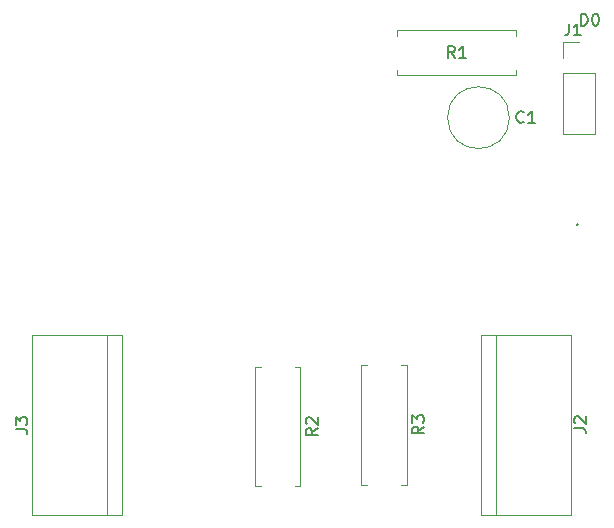
<source format=gbr>
%TF.GenerationSoftware,KiCad,Pcbnew,9.0.4*%
%TF.CreationDate,2025-09-27T21:55:19+08:00*%
%TF.ProjectId,SolarTrackingSystem,536f6c61-7254-4726-9163-6b696e675379,0*%
%TF.SameCoordinates,Original*%
%TF.FileFunction,Legend,Top*%
%TF.FilePolarity,Positive*%
%FSLAX46Y46*%
G04 Gerber Fmt 4.6, Leading zero omitted, Abs format (unit mm)*
G04 Created by KiCad (PCBNEW 9.0.4) date 2025-09-27 21:55:19*
%MOMM*%
%LPD*%
G01*
G04 APERTURE LIST*
%ADD10C,0.150000*%
%ADD11C,0.120000*%
G04 APERTURE END LIST*
D10*
X150983333Y-66454819D02*
X150650000Y-65978628D01*
X150411905Y-66454819D02*
X150411905Y-65454819D01*
X150411905Y-65454819D02*
X150792857Y-65454819D01*
X150792857Y-65454819D02*
X150888095Y-65502438D01*
X150888095Y-65502438D02*
X150935714Y-65550057D01*
X150935714Y-65550057D02*
X150983333Y-65645295D01*
X150983333Y-65645295D02*
X150983333Y-65788152D01*
X150983333Y-65788152D02*
X150935714Y-65883390D01*
X150935714Y-65883390D02*
X150888095Y-65931009D01*
X150888095Y-65931009D02*
X150792857Y-65978628D01*
X150792857Y-65978628D02*
X150411905Y-65978628D01*
X151935714Y-66454819D02*
X151364286Y-66454819D01*
X151650000Y-66454819D02*
X151650000Y-65454819D01*
X151650000Y-65454819D02*
X151554762Y-65597676D01*
X151554762Y-65597676D02*
X151459524Y-65692914D01*
X151459524Y-65692914D02*
X151364286Y-65740533D01*
X139374819Y-97816666D02*
X138898628Y-98149999D01*
X139374819Y-98388094D02*
X138374819Y-98388094D01*
X138374819Y-98388094D02*
X138374819Y-98007142D01*
X138374819Y-98007142D02*
X138422438Y-97911904D01*
X138422438Y-97911904D02*
X138470057Y-97864285D01*
X138470057Y-97864285D02*
X138565295Y-97816666D01*
X138565295Y-97816666D02*
X138708152Y-97816666D01*
X138708152Y-97816666D02*
X138803390Y-97864285D01*
X138803390Y-97864285D02*
X138851009Y-97911904D01*
X138851009Y-97911904D02*
X138898628Y-98007142D01*
X138898628Y-98007142D02*
X138898628Y-98388094D01*
X138470057Y-97435713D02*
X138422438Y-97388094D01*
X138422438Y-97388094D02*
X138374819Y-97292856D01*
X138374819Y-97292856D02*
X138374819Y-97054761D01*
X138374819Y-97054761D02*
X138422438Y-96959523D01*
X138422438Y-96959523D02*
X138470057Y-96911904D01*
X138470057Y-96911904D02*
X138565295Y-96864285D01*
X138565295Y-96864285D02*
X138660533Y-96864285D01*
X138660533Y-96864285D02*
X138803390Y-96911904D01*
X138803390Y-96911904D02*
X139374819Y-97483332D01*
X139374819Y-97483332D02*
X139374819Y-96864285D01*
X160666666Y-63534819D02*
X160666666Y-64249104D01*
X160666666Y-64249104D02*
X160619047Y-64391961D01*
X160619047Y-64391961D02*
X160523809Y-64487200D01*
X160523809Y-64487200D02*
X160380952Y-64534819D01*
X160380952Y-64534819D02*
X160285714Y-64534819D01*
X161666666Y-64534819D02*
X161095238Y-64534819D01*
X161380952Y-64534819D02*
X161380952Y-63534819D01*
X161380952Y-63534819D02*
X161285714Y-63677676D01*
X161285714Y-63677676D02*
X161190476Y-63772914D01*
X161190476Y-63772914D02*
X161095238Y-63820533D01*
X161104819Y-97803333D02*
X161819104Y-97803333D01*
X161819104Y-97803333D02*
X161961961Y-97850952D01*
X161961961Y-97850952D02*
X162057200Y-97946190D01*
X162057200Y-97946190D02*
X162104819Y-98089047D01*
X162104819Y-98089047D02*
X162104819Y-98184285D01*
X161200057Y-97374761D02*
X161152438Y-97327142D01*
X161152438Y-97327142D02*
X161104819Y-97231904D01*
X161104819Y-97231904D02*
X161104819Y-96993809D01*
X161104819Y-96993809D02*
X161152438Y-96898571D01*
X161152438Y-96898571D02*
X161200057Y-96850952D01*
X161200057Y-96850952D02*
X161295295Y-96803333D01*
X161295295Y-96803333D02*
X161390533Y-96803333D01*
X161390533Y-96803333D02*
X161533390Y-96850952D01*
X161533390Y-96850952D02*
X162104819Y-97422380D01*
X162104819Y-97422380D02*
X162104819Y-96803333D01*
X156833333Y-71859580D02*
X156785714Y-71907200D01*
X156785714Y-71907200D02*
X156642857Y-71954819D01*
X156642857Y-71954819D02*
X156547619Y-71954819D01*
X156547619Y-71954819D02*
X156404762Y-71907200D01*
X156404762Y-71907200D02*
X156309524Y-71811961D01*
X156309524Y-71811961D02*
X156261905Y-71716723D01*
X156261905Y-71716723D02*
X156214286Y-71526247D01*
X156214286Y-71526247D02*
X156214286Y-71383390D01*
X156214286Y-71383390D02*
X156261905Y-71192914D01*
X156261905Y-71192914D02*
X156309524Y-71097676D01*
X156309524Y-71097676D02*
X156404762Y-71002438D01*
X156404762Y-71002438D02*
X156547619Y-70954819D01*
X156547619Y-70954819D02*
X156642857Y-70954819D01*
X156642857Y-70954819D02*
X156785714Y-71002438D01*
X156785714Y-71002438D02*
X156833333Y-71050057D01*
X157785714Y-71954819D02*
X157214286Y-71954819D01*
X157500000Y-71954819D02*
X157500000Y-70954819D01*
X157500000Y-70954819D02*
X157404762Y-71097676D01*
X157404762Y-71097676D02*
X157309524Y-71192914D01*
X157309524Y-71192914D02*
X157214286Y-71240533D01*
X161384000Y-80495580D02*
X161431619Y-80543200D01*
X161431619Y-80543200D02*
X161384000Y-80590819D01*
X161384000Y-80590819D02*
X161336381Y-80543200D01*
X161336381Y-80543200D02*
X161384000Y-80495580D01*
X161384000Y-80495580D02*
X161384000Y-80590819D01*
X161383999Y-80495580D02*
X161336380Y-80543200D01*
X161336380Y-80543200D02*
X161383999Y-80590819D01*
X161383999Y-80590819D02*
X161431618Y-80543200D01*
X161431618Y-80543200D02*
X161383999Y-80495580D01*
X161383999Y-80495580D02*
X161383999Y-80590819D01*
X161661905Y-63699819D02*
X161661905Y-62699819D01*
X161661905Y-62699819D02*
X161900000Y-62699819D01*
X161900000Y-62699819D02*
X162042857Y-62747438D01*
X162042857Y-62747438D02*
X162138095Y-62842676D01*
X162138095Y-62842676D02*
X162185714Y-62937914D01*
X162185714Y-62937914D02*
X162233333Y-63128390D01*
X162233333Y-63128390D02*
X162233333Y-63271247D01*
X162233333Y-63271247D02*
X162185714Y-63461723D01*
X162185714Y-63461723D02*
X162138095Y-63556961D01*
X162138095Y-63556961D02*
X162042857Y-63652200D01*
X162042857Y-63652200D02*
X161900000Y-63699819D01*
X161900000Y-63699819D02*
X161661905Y-63699819D01*
X162852381Y-62699819D02*
X162947619Y-62699819D01*
X162947619Y-62699819D02*
X163042857Y-62747438D01*
X163042857Y-62747438D02*
X163090476Y-62795057D01*
X163090476Y-62795057D02*
X163138095Y-62890295D01*
X163138095Y-62890295D02*
X163185714Y-63080771D01*
X163185714Y-63080771D02*
X163185714Y-63318866D01*
X163185714Y-63318866D02*
X163138095Y-63509342D01*
X163138095Y-63509342D02*
X163090476Y-63604580D01*
X163090476Y-63604580D02*
X163042857Y-63652200D01*
X163042857Y-63652200D02*
X162947619Y-63699819D01*
X162947619Y-63699819D02*
X162852381Y-63699819D01*
X162852381Y-63699819D02*
X162757143Y-63652200D01*
X162757143Y-63652200D02*
X162709524Y-63604580D01*
X162709524Y-63604580D02*
X162661905Y-63509342D01*
X162661905Y-63509342D02*
X162614286Y-63318866D01*
X162614286Y-63318866D02*
X162614286Y-63080771D01*
X162614286Y-63080771D02*
X162661905Y-62890295D01*
X162661905Y-62890295D02*
X162709524Y-62795057D01*
X162709524Y-62795057D02*
X162757143Y-62747438D01*
X162757143Y-62747438D02*
X162852381Y-62699819D01*
X148374819Y-97666666D02*
X147898628Y-97999999D01*
X148374819Y-98238094D02*
X147374819Y-98238094D01*
X147374819Y-98238094D02*
X147374819Y-97857142D01*
X147374819Y-97857142D02*
X147422438Y-97761904D01*
X147422438Y-97761904D02*
X147470057Y-97714285D01*
X147470057Y-97714285D02*
X147565295Y-97666666D01*
X147565295Y-97666666D02*
X147708152Y-97666666D01*
X147708152Y-97666666D02*
X147803390Y-97714285D01*
X147803390Y-97714285D02*
X147851009Y-97761904D01*
X147851009Y-97761904D02*
X147898628Y-97857142D01*
X147898628Y-97857142D02*
X147898628Y-98238094D01*
X147374819Y-97333332D02*
X147374819Y-96714285D01*
X147374819Y-96714285D02*
X147755771Y-97047618D01*
X147755771Y-97047618D02*
X147755771Y-96904761D01*
X147755771Y-96904761D02*
X147803390Y-96809523D01*
X147803390Y-96809523D02*
X147851009Y-96761904D01*
X147851009Y-96761904D02*
X147946247Y-96714285D01*
X147946247Y-96714285D02*
X148184342Y-96714285D01*
X148184342Y-96714285D02*
X148279580Y-96761904D01*
X148279580Y-96761904D02*
X148327200Y-96809523D01*
X148327200Y-96809523D02*
X148374819Y-96904761D01*
X148374819Y-96904761D02*
X148374819Y-97190475D01*
X148374819Y-97190475D02*
X148327200Y-97285713D01*
X148327200Y-97285713D02*
X148279580Y-97333332D01*
X113804819Y-97863333D02*
X114519104Y-97863333D01*
X114519104Y-97863333D02*
X114661961Y-97910952D01*
X114661961Y-97910952D02*
X114757200Y-98006190D01*
X114757200Y-98006190D02*
X114804819Y-98149047D01*
X114804819Y-98149047D02*
X114804819Y-98244285D01*
X113804819Y-97482380D02*
X113804819Y-96863333D01*
X113804819Y-96863333D02*
X114185771Y-97196666D01*
X114185771Y-97196666D02*
X114185771Y-97053809D01*
X114185771Y-97053809D02*
X114233390Y-96958571D01*
X114233390Y-96958571D02*
X114281009Y-96910952D01*
X114281009Y-96910952D02*
X114376247Y-96863333D01*
X114376247Y-96863333D02*
X114614342Y-96863333D01*
X114614342Y-96863333D02*
X114709580Y-96910952D01*
X114709580Y-96910952D02*
X114757200Y-96958571D01*
X114757200Y-96958571D02*
X114804819Y-97053809D01*
X114804819Y-97053809D02*
X114804819Y-97339523D01*
X114804819Y-97339523D02*
X114757200Y-97434761D01*
X114757200Y-97434761D02*
X114709580Y-97482380D01*
D11*
%TO.C,R1*%
X146080000Y-64080000D02*
X146080000Y-64560000D01*
X146080000Y-67920000D02*
X146080000Y-67440000D01*
X156220000Y-64080000D02*
X146080000Y-64080000D01*
X156220000Y-64560000D02*
X156220000Y-64080000D01*
X156220000Y-67440000D02*
X156220000Y-67920000D01*
X156220000Y-67920000D02*
X146080000Y-67920000D01*
%TO.C,R2*%
X134080000Y-92580000D02*
X134080000Y-102720000D01*
X134080000Y-102720000D02*
X134560000Y-102720000D01*
X134560000Y-92580000D02*
X134080000Y-92580000D01*
X137440000Y-92580000D02*
X137920000Y-92580000D01*
X137920000Y-92580000D02*
X137920000Y-102720000D01*
X137920000Y-102720000D02*
X137440000Y-102720000D01*
%TO.C,J1*%
X160120000Y-65080000D02*
X161500000Y-65080000D01*
X160120000Y-66460000D02*
X160120000Y-65080000D01*
X160120000Y-67730000D02*
X160120000Y-72920000D01*
X160120000Y-67730000D02*
X162880000Y-67730000D01*
X160120000Y-72920000D02*
X162880000Y-72920000D01*
X162880000Y-67730000D02*
X162880000Y-72920000D01*
%TO.C,J2*%
X153190000Y-89880000D02*
X153190000Y-105120000D01*
X153190000Y-89880000D02*
X160810000Y-89880000D01*
X153190000Y-105120000D02*
X160810000Y-105120000D01*
X154460000Y-89880000D02*
X154460000Y-105120000D01*
X160810000Y-89880000D02*
X160810000Y-105120000D01*
%TO.C,C1*%
X155620000Y-71500000D02*
G75*
G02*
X150380000Y-71500000I-2620000J0D01*
G01*
X150380000Y-71500000D02*
G75*
G02*
X155620000Y-71500000I2620000J0D01*
G01*
%TO.C,R3*%
X143080000Y-92430000D02*
X143080000Y-102570000D01*
X143080000Y-102570000D02*
X143560000Y-102570000D01*
X143560000Y-92430000D02*
X143080000Y-92430000D01*
X146440000Y-92430000D02*
X146920000Y-92430000D01*
X146920000Y-92430000D02*
X146920000Y-102570000D01*
X146920000Y-102570000D02*
X146440000Y-102570000D01*
%TO.C,J3*%
X115190000Y-105120000D02*
X115190000Y-89880000D01*
X121540000Y-105120000D02*
X121540000Y-89880000D01*
X122810000Y-89880000D02*
X115190000Y-89880000D01*
X122810000Y-105120000D02*
X115190000Y-105120000D01*
X122810000Y-105120000D02*
X122810000Y-89880000D01*
%TD*%
M02*

</source>
